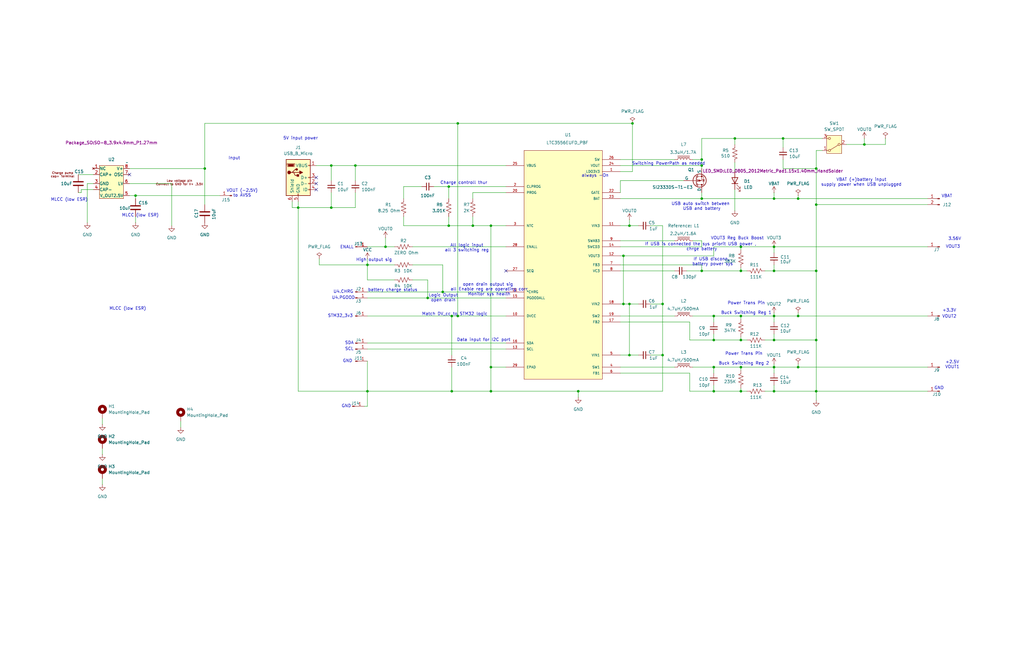
<source format=kicad_sch>
(kicad_sch (version 20231120) (generator "eeschema") (generator_version "8.0")
  (paper "B")
  (title_block (title "LTC3556EUFD_PBF") (date "11/11/2024") (rev "1.1") (company "Team 9") (comment 1 "Kirk Young"))
  (lib_symbols
    (symbol "Connector:Conn_01x01_Pin" (pin_names (offset 1.016) hide)
      (property "Reference" "J" (at 0 2.54 0))
      (property "Value" "Conn_01x01_Pin" (at 0 -2.54 0))
      (symbol "Conn_01x01_Pin_1_1"
        (pin passive line (at 5.08 0 180) (length 3.81) (name "Pin_1") (number "1"))
      )
    )
    (symbol "Connector:Conn_01x02_Pin" (pin_names (offset 1.016) hide)
      (property "Reference" "J" (at 0 2.54 0))
      (property "Value" "Conn_01x02_Pin" (at 0 -5.08 0))
      (symbol "Conn_01x02_Pin_1_1"
        (pin passive line (at 5.08 0 180) (length 3.81) (name "Pin_1") (number "1"))
        (pin passive line (at 5.08 -2.54 180) (length 3.81) (name "Pin_2") (number "2"))
      )
    )
    (symbol "Connector:USB_B_Micro" (pin_names (offset 1.016))
      (property "Reference" "J" (at -5.08 11.43 0))
      (property "Value" "USB_B_Micro" (at -5.08 8.89 0))
      (symbol "USB_B_Micro_1_1"
        (pin power_out line (at 7.62 5.08 180) (length 2.54) (name "VBUS") (number "1"))
        (pin bidirectional line (at 7.62 -2.54 180) (length 2.54) (name "D-") (number "2"))
        (pin bidirectional line (at 7.62 0 180) (length 2.54) (name "D+") (number "3"))
        (pin passive line (at 7.62 -5.08 180) (length 2.54) (name "ID") (number "4"))
        (pin power_out line (at 0 -10.16 90) (length 2.54) (name "GND") (number "5"))
        (pin passive line (at -2.54 -10.16 90) (length 2.54) (name "Shield") (number "6"))
      )
    )
    (symbol "Device:C" (pin_numbers hide) (pin_names (offset 0.254))
      (property "Reference" "C" (at 0.635 2.54 0))
      (property "Value" "C" (at 0.635 -2.54 0))
      (symbol "C_1_1"
        (pin passive line (at 0 3.81 270) (length 2.794) (name "~") (number "1"))
        (pin passive line (at 0 -3.81 90) (length 2.794) (name "~") (number "2"))
      )
    )
    (symbol "Device:C_Small" (pin_numbers hide) (pin_names (offset 0.254) hide)
      (property "Reference" "C" (at 0.254 1.778 0))
      (property "Value" "C_Small" (at 0.254 -2.032 0))
      (symbol "C_Small_1_1"
        (pin passive line (at 0 2.54 270) (length 2.032) (name "~") (number "1"))
        (pin passive line (at 0 -2.54 90) (length 2.032) (name "~") (number "2"))
      )
    )
    (symbol "Device:LED" (pin_numbers hide) (pin_names (offset 1.016) hide)
      (property "Reference" "D" (at 0 2.54 0))
      (property "Value" "LED" (at 0 -2.54 0))
      (symbol "LED_1_1"
        (pin passive line (at -3.81 0 0) (length 2.54) (name "K") (number "1"))
        (pin passive line (at 3.81 0 180) (length 2.54) (name "A") (number "2"))
      )
    )
    (symbol "Device:L_Iron" (pin_numbers hide) (pin_names (offset 1.016) hide)
      (property "Reference" "L" (at -1.27 0 90))
      (property "Value" "L_Iron" (at 2.794 0 90))
      (symbol "L_Iron_1_1"
        (pin passive line (at 0 3.81 270) (length 1.27) (name "1") (number "1"))
        (pin passive line (at 0 -3.81 90) (length 1.27) (name "2") (number "2"))
      )
    )
    (symbol "Device:R_US" (pin_numbers hide) (pin_names (offset 0))
      (property "Reference" "R" (at 2.54 0 90))
      (property "Value" "R_US" (at -2.54 0 90))
      (symbol "R_US_1_1"
        (pin passive line (at 0 3.81 270) (length 1.27) (name "~") (number "1"))
        (pin passive line (at 0 -3.81 90) (length 1.27) (name "~") (number "2"))
      )
    )
    (symbol "LTC3556EUFD_PBF:LTC3556EUFD_PBF" (pin_names (offset 1.016))
      (property "Reference" "U1" (at 35.56 10.16 0))
      (property "Value" "LTC3556EUFD_PBF" (at 35.814 7.112 0))
      (symbol "LTC3556EUFD_PBF_0_0"
        (pin output line (at 48.26 -8.89 180) (length 7.62) (name "LDO3V3") (number "1"))
        (pin power_in line (at 0 -69.85 0) (length 7.62) (name "DVCC") (number "10"))
        (pin input line (at 48.26 -31.75 180) (length 7.62) (name "VIN3") (number "11"))
        (pin output line (at 48.26 -44.45 180) (length 7.62) (name "VOUT3") (number "12"))
        (pin input line (at 0 -83.82 0) (length 7.62) (name "SCL") (number "13"))
        (pin passive line (at 48.26 -40.64 180) (length 7.62) (name "SWCD3") (number "14"))
        (pin output line (at 0 -62.23 0) (length 7.62) (name "PGOODALL") (number "15"))
        (pin input line (at 0 -81.28 0) (length 7.62) (name "SDA") (number "16"))
        (pin input line (at 48.26 -72.39 180) (length 7.62) (name "FB2") (number "17"))
        (pin input line (at 48.26 -64.77 180) (length 7.62) (name "VIN2") (number "18"))
        (pin passive line (at 48.26 -69.85 180) (length 7.62) (name "SW2") (number "19"))
        (pin passive line (at 0 -15.24 0) (length 7.62) (name "CLPROG") (number "2"))
        (pin passive line (at 0 -17.78 0) (length 7.62) (name "PROG") (number "20"))
        (pin output line (at 0 -59.69 0) (length 7.62) (name "*CHRG") (number "21"))
        (pin output line (at 48.26 -17.78 180) (length 7.62) (name "GATE") (number "22"))
        (pin passive line (at 48.26 -20.32 180) (length 7.62) (name "BAT") (number "23"))
        (pin output line (at 48.26 -6.35 180) (length 7.62) (name "VOUT") (number "24"))
        (pin input line (at 0 -6.35 0) (length 7.62) (name "VBUS") (number "25"))
        (pin passive line (at 48.26 -3.81 180) (length 7.62) (name "SW") (number "26"))
        (pin input line (at 0 -50.8 0) (length 7.62) (name "SEQ") (number "27"))
        (pin input line (at 0 -40.64 0) (length 7.62) (name "ENALL") (number "28"))
        (pin passive line (at 0 -91.44 0) (length 7.62) (name "EPAD") (number "29"))
        (pin input line (at 0 -31.75 0) (length 7.62) (name "NTC") (number "3"))
        (pin passive line (at 48.26 -91.44 180) (length 7.62) (name "SW1") (number "4"))
        (pin input line (at 48.26 -86.36 180) (length 7.62) (name "VIN1") (number "5"))
        (pin input line (at 48.26 -93.98 180) (length 7.62) (name "FB1") (number "6"))
        (pin input line (at 48.26 -48.26 180) (length 7.62) (name "FB3") (number "7"))
        (pin output line (at 48.26 -50.8 180) (length 7.62) (name "VC3") (number "8"))
        (pin passive line (at 48.26 -38.1 180) (length 7.62) (name "SWAB3") (number "9"))
      )
    )
    (symbol "Mechanical:MountingHole_Pad" (pin_numbers hide) (pin_names (offset 1.016) hide) (exclude_from_sim yes) (in_bom no)
      (property "Reference" "H" (at 0 6.35 0))
      (property "Value" "MountingHole_Pad" (at 0 4.445 0))
      (symbol "MountingHole_Pad_1_1"
        (pin input line (at 0 -2.54 90) (length 2.54) (name "1") (number "1"))
      )
    )
    (symbol "Simulation_SPICE:PMOS" (pin_numbers hide) (pin_names (offset 0))
      (property "Reference" "Q1" (at 6.35 -2.54 0))
      (property "Value" "SI2333DS-T1-E3" (at 5.08 0 0))
      (symbol "PMOS_1_1"
        (pin input line (at -5.08 0 0) (length 2.54) (name "G") (number "1"))
        (pin passive line (at 2.54 -5.08 90) (length 2.54) (name "S") (number "2"))
        (pin passive line (at 2.54 5.08 270) (length 2.54) (name "D") (number "3"))
      )
    )
    (symbol "Switch:SW_SPDT" (pin_names (offset 0) hide)
      (property "Reference" "SW1" (at 0 -8.89 0))
      (property "Value" "SW_SPDT" (at 0 -6.35 0))
      (symbol "SW_SPDT_1_1"
        (pin passive line (at 5.08 2.54 180) (length 2.54) (name "A") (number "1"))
        (pin passive line (at -5.08 0 0) (length 2.54) (name "B") (number "2"))
        (pin passive line (at 5.08 -2.54 180) (length 2.54) (name "C") (number "3"))
      )
    )
    (symbol "TC7660EOA_LT3556_v1.2a_sym:TC7660EOA" (pin_names (offset 0.0127))
      (property "Reference" "U2" (at -4.318 9.906 0))
      (symbol "TC7660EOA_1_1"
        (text "Charge pump\ncap+ Terminal" (at -20.574 3.81 0) (effects (font (size 0.889 0.889))))
        (text "Low voltage pin\nConnect to GND for V+ ,3.5V" (at 28.702 0.508 0) (effects (font (size 0.889 0.889))))
        (pin no_connect line (at -7.62 6.35 0) (length 2.54) (name "NC") (number "1"))
        (pin passive line (at -7.62 3.81 0) (length 2.54) (name "CAP+") (number "2"))
        (pin power_in line (at -7.62 0 0) (length 2.54) (name "GND") (number "3"))
        (pin passive line (at -7.62 -2.54 0) (length 2.54) (name "CAP-") (number "4"))
        (pin power_out line (at 7.62 -5.08 180) (length 2.54) (name "V_OUT2.5V") (number "5"))
        (pin power_in line (at 7.62 0 180) (length 2.54) (name "LV") (number "6"))
        (pin input line (at 7.62 3.81 180) (length 2.54) (name "OSC") (number "7"))
        (pin power_in line (at 7.62 6.35 180) (length 2.54) (name "V+") (number "8"))
      )
    )
    (symbol "power:+BATT" (power) (pin_numbers hide) (pin_names (offset 0) hide)
      (property "Value" "+BATT" (at 0 3.556 0))
      (symbol "+BATT_1_1"
        (pin power_in line (at 0 0 90) (length 0) (name "~") (number "1"))
      )
    )
    (symbol "power:GND" (power) (pin_numbers hide) (pin_names (offset 0) hide)
      (property "Value" "GND" (at 0 -3.81 0))
      (symbol "GND_1_1"
        (pin power_in line (at 0 0 270) (length 0) (name "~") (number "1"))
      )
    )
    (symbol "power:PWR_FLAG" (power) (pin_numbers hide) (pin_names (offset 0) hide)
      (property "Value" "PWR_FLAG" (at 0 3.81 0))
      (symbol "PWR_FLAG_0_0"
        (pin power_out line (at 0 0 90) (length 0) (name "~") (number "1"))
      )
    )
    (symbol "power:VCC" (power) (pin_numbers hide) (pin_names (offset 0) hide)
      (property "Value" "VCC" (at 0 3.556 0))
      (symbol "VCC_1_1"
        (pin power_in line (at 0 0 90) (length 0) (name "~") (number "1"))
      )
    )
    (symbol "power:VDC" (power) (pin_numbers hide) (pin_names (offset 0) hide)
      (property "Value" "VDC" (at 0 3.556 0))
      (symbol "VDC_1_1"
        (pin power_in line (at 0 0 90) (length 0) (name "~") (number "1"))
      )
    )
  )
  (junction (at 207.01 154.94))
  (junction (at 364.49 60.96))
  (junction (at 336.55 154.94))
  (junction (at 309.88 58.42))
  (junction (at 149.86 69.85))
  (junction (at 326.39 154.94))
  (junction (at 189.23 95.25))
  (junction (at 243.84 165.1))
  (junction (at 344.17 114.3))
  (junction (at 207.01 95.25))
  (junction (at 312.42 133.35))
  (junction (at 139.7 69.85))
  (junction (at 139.7 87.63))
  (junction (at 199.39 95.25))
  (junction (at 326.39 143.51))
  (junction (at 300.99 133.35))
  (junction (at 162.56 104.14))
  (junction (at 295.91 114.3))
  (junction (at 326.39 165.1))
  (junction (at 344.17 71.12))
  (junction (at 312.42 165.1))
  (junction (at 300.99 154.94))
  (junction (at 125.73 87.63))
  (junction (at 326.39 114.3))
  (junction (at 295.91 67.31))
  (junction (at 295.91 69.85))
  (junction (at 279.4 128.27))
  (junction (at 193.04 133.35))
  (junction (at 336.55 133.35))
  (junction (at 300.99 165.1))
  (junction (at 265.43 149.86))
  (junction (at 344.17 143.51))
  (junction (at 300.99 143.51))
  (junction (at 312.42 154.94))
  (junction (at 189.23 78.74))
  (junction (at 326.39 83.82))
  (junction (at 207.01 165.1))
  (junction (at 265.43 95.25))
  (junction (at 266.7 52.07))
  (junction (at 295.91 83.82))
  (junction (at 190.5 165.1))
  (junction (at 186.69 123.19))
  (junction (at 312.42 143.51))
  (junction (at 312.42 114.3))
  (junction (at 312.42 104.14))
  (junction (at 154.94 111.76))
  (junction (at 344.17 86.36))
  (junction (at 262.89 128.27))
  (junction (at 154.94 165.1))
  (junction (at 193.04 52.07))
  (junction (at 265.43 128.27))
  (junction (at 344.17 165.1))
  (junction (at 279.4 149.86))
  (junction (at 330.2 58.42))
  (junction (at 326.39 104.14))
  (junction (at 262.89 107.95))
  (junction (at 190.5 133.35))
  (junction (at 180.34 125.73))
  (junction (at 326.39 133.35))
  (junction (at 57.15 82.55))
  (junction (at 86.36 71.12))
  (junction (at 336.55 83.82))
  (no_connect (at 54.61 73.66))
  (no_connect (at 133.35 74.93))
  (no_connect (at 133.35 77.47))
  (no_connect (at 133.35 80.01))
  (no_connect (at 213.36 114.3))
  (wire (pts (xy 154.94 125.73) (xy 180.34 125.73)))
  (wire (pts (xy 149.86 87.63) (xy 139.7 87.63)))
  (wire (pts (xy 300.99 162.56) (xy 300.99 165.1)))
  (wire (pts (xy 261.62 83.82) (xy 295.91 83.82)))
  (wire (pts (xy 261.62 67.31) (xy 284.48 67.31)))
  (wire (pts (xy 346.71 63.5) (xy 344.17 63.5)))
  (wire (pts (xy 326.39 132.08) (xy 326.39 133.35)))
  (wire (pts (xy 76.2 177.8) (xy 76.2 180.34)))
  (wire (pts (xy 166.37 111.76) (xy 154.94 111.76)))
  (wire (pts (xy 193.04 133.35) (xy 213.36 133.35)))
  (wire (pts (xy 54.61 82.55) (xy 57.15 82.55)))
  (wire (pts (xy 189.23 78.74) (xy 213.36 78.74)))
  (wire (pts (xy 265.43 92.71) (xy 265.43 95.25)))
  (wire (pts (xy 154.94 165.1) (xy 154.94 171.45)))
  (wire (pts (xy 330.2 67.31) (xy 330.2 71.12)))
  (wire (pts (xy 295.91 81.28) (xy 295.91 83.82)))
  (wire (pts (xy 261.62 81.28) (xy 261.62 76.2)))
  (wire (pts (xy 295.91 104.14) (xy 261.62 104.14)))
  (wire (pts (xy 133.35 69.85) (xy 139.7 69.85)))
  (wire (pts (xy 261.62 154.94) (xy 284.48 154.94)))
  (wire (pts (xy 326.39 83.82) (xy 336.55 83.82)))
  (wire (pts (xy 189.23 78.74) (xy 189.23 83.82)))
  (wire (pts (xy 86.36 52.07) (xy 193.04 52.07)))
  (wire (pts (xy 125.73 87.63) (xy 125.73 165.1)))
  (wire (pts (xy 154.94 104.14) (xy 162.56 104.14)))
  (wire (pts (xy 326.39 153.67) (xy 326.39 154.94)))
  (wire (pts (xy 326.39 143.51) (xy 344.17 143.51)))
  (wire (pts (xy 261.62 95.25) (xy 265.43 95.25)))
  (wire (pts (xy 373.38 58.42) (xy 373.38 60.96)))
  (wire (pts (xy 312.42 156.21) (xy 312.42 154.94)))
  (wire (pts (xy 139.7 69.85) (xy 139.7 76.2)))
  (wire (pts (xy 54.61 71.12) (xy 86.36 71.12)))
  (wire (pts (xy 173.99 104.14) (xy 213.36 104.14)))
  (wire (pts (xy 43.18 176.53) (xy 43.18 179.07)))
  (wire (pts (xy 261.62 76.2) (xy 288.29 76.2)))
  (wire (pts (xy 261.62 101.6) (xy 284.48 101.6)))
  (wire (pts (xy 344.17 165.1) (xy 344.17 168.91)))
  (wire (pts (xy 123.19 87.63) (xy 125.73 87.63)))
  (wire (pts (xy 134.62 111.76) (xy 154.94 111.76)))
  (wire (pts (xy 265.43 149.86) (xy 269.24 149.86)))
  (wire (pts (xy 36.83 77.47) (xy 36.83 93.98)))
  (wire (pts (xy 193.04 52.07) (xy 193.04 133.35)))
  (wire (pts (xy 189.23 95.25) (xy 199.39 95.25)))
  (wire (pts (xy 326.39 106.68) (xy 326.39 104.14)))
  (wire (pts (xy 190.5 133.35) (xy 193.04 133.35)))
  (wire (pts (xy 312.42 134.62) (xy 312.42 133.35)))
  (wire (pts (xy 292.1 154.94) (xy 300.99 154.94)))
  (wire (pts (xy 261.62 107.95) (xy 262.89 107.95)))
  (wire (pts (xy 154.94 171.45) (xy 153.67 171.45)))
  (wire (pts (xy 312.42 104.14) (xy 312.42 105.41)))
  (wire (pts (xy 300.99 140.97) (xy 300.99 143.51)))
  (wire (pts (xy 182.88 78.74) (xy 189.23 78.74)))
  (wire (pts (xy 344.17 86.36) (xy 344.17 114.3)))
  (wire (pts (xy 300.99 104.14) (xy 300.99 107.95)))
  (wire (pts (xy 326.39 140.97) (xy 326.39 143.51)))
  (wire (pts (xy 309.88 58.42) (xy 309.88 60.96)))
  (wire (pts (xy 295.91 58.42) (xy 309.88 58.42)))
  (wire (pts (xy 326.39 157.48) (xy 326.39 154.94)))
  (wire (pts (xy 289.56 114.3) (xy 295.91 114.3)))
  (wire (pts (xy 154.94 111.76) (xy 154.94 118.11)))
  (wire (pts (xy 261.62 133.35) (xy 284.48 133.35)))
  (wire (pts (xy 72.39 77.47) (xy 72.39 95.25)))
  (wire (pts (xy 154.94 165.1) (xy 190.5 165.1)))
  (wire (pts (xy 300.99 135.89) (xy 300.99 133.35)))
  (wire (pts (xy 207.01 154.94) (xy 207.01 165.1)))
  (wire (pts (xy 170.18 78.74) (xy 177.8 78.74)))
  (wire (pts (xy 312.42 143.51) (xy 312.42 142.24)))
  (wire (pts (xy 344.17 63.5) (xy 344.17 71.12)))
  (wire (pts (xy 336.55 153.67) (xy 336.55 154.94)))
  (wire (pts (xy 274.32 149.86) (xy 279.4 149.86)))
  (wire (pts (xy 207.01 95.25) (xy 213.36 95.25)))
  (wire (pts (xy 290.83 157.48) (xy 290.83 165.1)))
  (wire (pts (xy 207.01 154.94) (xy 213.36 154.94)))
  (wire (pts (xy 261.62 135.89) (xy 290.83 135.89)))
  (wire (pts (xy 36.83 77.47) (xy 39.37 77.47)))
  (wire (pts (xy 312.42 104.14) (xy 326.39 104.14)))
  (wire (pts (xy 326.39 165.1) (xy 344.17 165.1)))
  (wire (pts (xy 344.17 114.3) (xy 344.17 143.51)))
  (wire (pts (xy 34.29 81.28) (xy 33.02 81.28)))
  (wire (pts (xy 336.55 83.82) (xy 391.16 83.82)))
  (wire (pts (xy 364.49 58.42) (xy 364.49 60.96)))
  (wire (pts (xy 261.62 69.85) (xy 295.91 69.85)))
  (wire (pts (xy 54.61 77.47) (xy 72.39 77.47)))
  (wire (pts (xy 86.36 71.12) (xy 86.36 52.07)))
  (wire (pts (xy 274.32 128.27) (xy 279.4 128.27)))
  (wire (pts (xy 292.1 133.35) (xy 300.99 133.35)))
  (wire (pts (xy 290.83 143.51) (xy 300.99 143.51)))
  (wire (pts (xy 207.01 95.25) (xy 207.01 154.94)))
  (wire (pts (xy 199.39 91.44) (xy 199.39 95.25)))
  (wire (pts (xy 336.55 133.35) (xy 391.16 133.35)))
  (wire (pts (xy 300.99 165.1) (xy 312.42 165.1)))
  (wire (pts (xy 295.91 101.6) (xy 295.91 104.14)))
  (wire (pts (xy 309.88 58.42) (xy 330.2 58.42)))
  (wire (pts (xy 125.73 87.63) (xy 139.7 87.63)))
  (wire (pts (xy 154.94 147.32) (xy 213.36 147.32)))
  (wire (pts (xy 243.84 165.1) (xy 243.84 167.64)))
  (wire (pts (xy 154.94 109.22) (xy 154.94 111.76)))
  (wire (pts (xy 322.58 143.51) (xy 326.39 143.51)))
  (wire (pts (xy 300.99 157.48) (xy 300.99 154.94)))
  (wire (pts (xy 57.15 91.44) (xy 57.15 93.98)))
  (wire (pts (xy 39.37 80.01) (xy 34.29 80.01)))
  (wire (pts (xy 180.34 118.11) (xy 180.34 125.73)))
  (wire (pts (xy 57.15 82.55) (xy 92.71 82.55)))
  (wire (pts (xy 265.43 95.25) (xy 269.24 95.25)))
  (wire (pts (xy 261.62 128.27) (xy 262.89 128.27)))
  (wire (pts (xy 292.1 101.6) (xy 295.91 101.6)))
  (wire (pts (xy 274.32 95.25) (xy 279.4 95.25)))
  (wire (pts (xy 154.94 144.78) (xy 213.36 144.78)))
  (wire (pts (xy 190.5 133.35) (xy 190.5 149.86)))
  (wire (pts (xy 134.62 109.22) (xy 134.62 111.76)))
  (wire (pts (xy 243.84 165.1) (xy 207.01 165.1)))
  (wire (pts (xy 326.39 135.89) (xy 326.39 133.35)))
  (wire (pts (xy 279.4 95.25) (xy 279.4 128.27)))
  (wire (pts (xy 154.94 123.19) (xy 186.69 123.19)))
  (wire (pts (xy 330.2 58.42) (xy 330.2 62.23)))
  (wire (pts (xy 373.38 60.96) (xy 364.49 60.96)))
  (wire (pts (xy 312.42 114.3) (xy 314.96 114.3)))
  (wire (pts (xy 326.39 133.35) (xy 336.55 133.35)))
  (wire (pts (xy 295.91 111.76) (xy 295.91 114.3)))
  (wire (pts (xy 309.88 80.01) (xy 309.88 88.9)))
  (wire (pts (xy 322.58 114.3) (xy 326.39 114.3)))
  (wire (pts (xy 326.39 162.56) (xy 326.39 165.1)))
  (wire (pts (xy 312.42 165.1) (xy 312.42 163.83)))
  (wire (pts (xy 139.7 69.85) (xy 149.86 69.85)))
  (wire (pts (xy 261.62 114.3) (xy 284.48 114.3)))
  (wire (pts (xy 262.89 128.27) (xy 262.89 107.95)))
  (wire (pts (xy 43.18 189.23) (xy 43.18 191.77)))
  (wire (pts (xy 336.55 82.55) (xy 336.55 83.82)))
  (wire (pts (xy 295.91 69.85) (xy 295.91 67.31)))
  (wire (pts (xy 125.73 165.1) (xy 154.94 165.1)))
  (wire (pts (xy 290.83 165.1) (xy 300.99 165.1)))
  (wire (pts (xy 173.99 118.11) (xy 180.34 118.11)))
  (wire (pts (xy 300.99 154.94) (xy 312.42 154.94)))
  (wire (pts (xy 57.15 82.55) (xy 57.15 83.82)))
  (wire (pts (xy 300.99 133.35) (xy 312.42 133.35)))
  (wire (pts (xy 292.1 67.31) (xy 295.91 67.31)))
  (wire (pts (xy 265.43 128.27) (xy 269.24 128.27)))
  (wire (pts (xy 295.91 58.42) (xy 295.91 67.31)))
  (wire (pts (xy 162.56 104.14) (xy 166.37 104.14)))
  (wire (pts (xy 344.17 71.12) (xy 344.17 86.36)))
  (wire (pts (xy 199.39 83.82) (xy 199.39 81.28)))
  (wire (pts (xy 322.58 165.1) (xy 326.39 165.1)))
  (wire (pts (xy 186.69 111.76) (xy 186.69 123.19)))
  (wire (pts (xy 312.42 133.35) (xy 326.39 133.35)))
  (wire (pts (xy 326.39 111.76) (xy 326.39 114.3)))
  (wire (pts (xy 312.42 114.3) (xy 312.42 113.03)))
  (wire (pts (xy 186.69 123.19) (xy 213.36 123.19)))
  (wire (pts (xy 266.7 52.07) (xy 193.04 52.07)))
  (wire (pts (xy 336.55 132.08) (xy 336.55 133.35)))
  (wire (pts (xy 295.91 83.82) (xy 326.39 83.82)))
  (wire (pts (xy 123.19 85.09) (xy 123.19 87.63)))
  (wire (pts (xy 326.39 81.28) (xy 326.39 83.82)))
  (wire (pts (xy 43.18 201.93) (xy 43.18 204.47)))
  (wire (pts (xy 199.39 95.25) (xy 207.01 95.25)))
  (wire (pts (xy 266.7 72.39) (xy 266.7 52.07)))
  (wire (pts (xy 125.73 85.09) (xy 125.73 87.63)))
  (wire (pts (xy 149.86 69.85) (xy 149.86 76.2)))
  (wire (pts (xy 139.7 81.28) (xy 139.7 87.63)))
  (wire (pts (xy 295.91 69.85) (xy 295.91 71.12)))
  (wire (pts (xy 180.34 125.73) (xy 213.36 125.73)))
  (wire (pts (xy 344.17 86.36) (xy 391.16 86.36)))
  (wire (pts (xy 33.02 73.66) (xy 39.37 73.66)))
  (wire (pts (xy 154.94 133.35) (xy 190.5 133.35)))
  (wire (pts (xy 261.62 72.39) (xy 266.7 72.39)))
  (wire (pts (xy 170.18 95.25) (xy 189.23 95.25)))
  (wire (pts (xy 170.18 91.44) (xy 170.18 95.25)))
  (wire (pts (xy 279.4 128.27) (xy 279.4 149.86)))
  (wire (pts (xy 262.89 128.27) (xy 265.43 128.27)))
  (wire (pts (xy 149.86 69.85) (xy 213.36 69.85)))
  (wire (pts (xy 326.39 114.3) (xy 344.17 114.3)))
  (wire (pts (xy 364.49 60.96) (xy 356.87 60.96)))
  (wire (pts (xy 261.62 111.76) (xy 295.91 111.76)))
  (wire (pts (xy 34.29 80.01) (xy 34.29 81.28)))
  (wire (pts (xy 199.39 81.28) (xy 213.36 81.28)))
  (wire (pts (xy 154.94 118.11) (xy 166.37 118.11)))
  (wire (pts (xy 312.42 154.94) (xy 326.39 154.94)))
  (wire (pts (xy 149.86 81.28) (xy 149.86 87.63)))
  (wire (pts (xy 344.17 165.1) (xy 391.16 165.1)))
  (wire (pts (xy 330.2 71.12) (xy 344.17 71.12)))
  (wire (pts (xy 162.56 100.33) (xy 162.56 104.14)))
  (wire (pts (xy 261.62 149.86) (xy 265.43 149.86)))
  (wire (pts (xy 279.4 165.1) (xy 243.84 165.1)))
  (wire (pts (xy 330.2 58.42) (xy 346.71 58.42)))
  (wire (pts (xy 344.17 143.51) (xy 344.17 165.1)))
  (wire (pts (xy 261.62 157.48) (xy 290.83 157.48)))
  (wire (pts (xy 190.5 165.1) (xy 207.01 165.1)))
  (wire (pts (xy 336.55 154.94) (xy 391.16 154.94)))
  (wire (pts (xy 190.5 165.1) (xy 190.5 154.94)))
  (wire (pts (xy 154.94 152.4) (xy 154.94 165.1)))
  (wire (pts (xy 309.88 68.58) (xy 309.88 72.39)))
  (wire (pts (xy 173.99 111.76) (xy 186.69 111.76)))
  (wire (pts (xy 170.18 83.82) (xy 170.18 78.74)))
  (wire (pts (xy 265.43 128.27) (xy 265.43 149.86)))
  (wire (pts (xy 295.91 114.3) (xy 312.42 114.3)))
  (wire (pts (xy 262.89 107.95) (xy 300.99 107.95)))
  (wire (pts (xy 86.36 86.36) (xy 86.36 71.12)))
  (wire (pts (xy 326.39 154.94) (xy 336.55 154.94)))
  (wire (pts (xy 279.4 149.86) (xy 279.4 165.1)))
  (wire (pts (xy 326.39 104.14) (xy 391.16 104.14)))
  (wire (pts (xy 300.99 104.14) (xy 312.42 104.14)))
  (wire (pts (xy 312.42 143.51) (xy 314.96 143.51)))
  (wire (pts (xy 189.23 91.44) (xy 189.23 95.25)))
  (wire (pts (xy 290.83 135.89) (xy 290.83 143.51)))
  (wire (pts (xy 312.42 165.1) (xy 314.96 165.1)))
  (wire (pts (xy 300.99 143.51) (xy 312.42 143.51)))
  (text "Power Trans Pin\n\nBuck Switching Reg 2" (at 313.69 151.384 0) (effects (font (size 1.27 1.27))))
  (text "+3.3V" (at 400.304 131.064 0) (effects (font (size 1.27 1.27))))
  (text "Charge controll thur" (at 195.58 77.216 0) (effects (font (size 1.27 1.27))))
  (text "Data input for I2C port" (at 203.962 143.51 0) (effects (font (size 1.27 1.27))))
  (text "High output sig" (at 157.734 109.728 0) (effects (font (size 1.27 1.27))))
  (text "SDA" (at 147.32 144.78 0) (effects (font (size 1.27 1.27))))
  (text "If USB is connected the sys priorit USB power , \nchrge battery" (at 295.91 104.14 0) (effects (font (size 1.27 1.27))))
  (text "Input" (at 98.806 66.802 0) (effects (font (size 1.27 1.27))))
  (text "MLCC (low ESR)" (at 59.182 90.932 0) (effects (font (size 1.27 1.27))))
  (text "MLCC (low ESR)" (at 53.848 130.302 0) (effects (font (size 1.27 1.27))))
  (text "always -On" (at 250.952 74.168 0) (effects (font (size 1.27 1.27))))
  (text "VBAT (+)battery input\nsupply power when USB unplugged" (at 363.22 76.962 0) (effects (font (size 1.27 1.27))))
  (text "STM32_3v3" (at 143.51 133.35 0) (effects (font (size 1.27 1.27))))
  (text "Match DV_cc to STM32 logic" (at 191.77 132.588 0) (effects (font (size 1.27 1.27))))
  (text "All logic input\nall 3 switching reg" (at 196.85 104.648 0) (effects (font (size 1.27 1.27))))
  (text "GND" (at 395.986 163.83 0) (effects (font (size 1.27 1.27))))
  (text "SCL" (at 147.32 147.32 0) (effects (font (size 1.27 1.27))))
  (text "5V input power" (at 126.746 58.42 0) (effects (font (size 1.27 1.27))))
  (text "VBAT" (at 399.288 82.804 0) (effects (font (size 1.27 1.27))))
  (text "GND" (at 146.558 152.4 0) (effects (font (size 1.27 1.27))))
  (text "USB auto switch between \nUSB and battery" (at 295.91 87.122 0) (effects (font (size 1.27 1.27))))
  (text "VOUT3" (at 401.828 104.14 0) (effects (font (size 1.27 1.27))))
  (text "Switching PowerPath as needed\n\n" (at 281.94 70.104 0) (effects (font (size 1.27 1.27))))
  (text "Power Trans Pin\n\nBuck Switching Reg 1" (at 314.706 130.048 0) (effects (font (size 1.27 1.27))))
  (text "VOUT (-2.5V)\nto AVSS" (at 102.108 81.534 0) (effects (font (size 1.27 1.27))))
  (text "If USB disconn, \nbattery power sys\n" (at 300.482 110.49 0) (effects (font (size 1.27 1.27))))
  (text "VOUT2" (at 400.304 133.604 0) (effects (font (size 1.27 1.27))))
  (text "open drain output sig \nall Enable reg are operating corr\nMonitor sys health" (at 206.248 122.174 0) (effects (font (size 1.27 1.27))))
  (text "GND" (at 146.05 171.45 0) (effects (font (size 1.27 1.27))))
  (text "ENALL" (at 146.304 104.394 0) (effects (font (size 1.27 1.27))))
  (text "3.56V" (at 402.59 100.838 0) (effects (font (size 1.27 1.27))))
  (text "battery charge status" (at 165.608 122.428 0) (effects (font (size 1.27 1.27))))
  (text "U4.PGOOD" (at 144.78 125.73 0) (effects (font (size 1.27 1.27))))
  (text "+2.5V\nVOUT1" (at 401.574 153.924 0) (effects (font (size 1.27 1.27))))
  (text "Logic Output\nopen drain" (at 186.944 125.73 0) (effects (font (size 1.27 1.27))))
  (text "MLCC (low ESR)" (at 29.21 84.328 0) (effects (font (size 1.27 1.27))))
  (text "U4.CHRG" (at 144.78 123.19 0) (effects (font (size 1.27 1.27))))
  (text "VOUT3 Reg Buck Boost" (at 310.896 100.584 0) (effects (font (size 1.27 1.27))))
  (symbol (lib_id "Connector:Conn_01x01_Pin") (at 396.24 165.1 180) (unit 1)
    (property "Reference" "J10" (at 394.97 166.37 0))
    (property "Value" "Conn_01x01_Pin" (effects (hide yes)))
    (property "Footprint" "Connector_PinSocket_1.27mm:PinSocket_1x01_P1.27mm_Vertical" (effects (hide yes)))
    (property "Description" "Generic connector, single row, 01x01, script generated" (effects (hide yes)))
  )
  (symbol (lib_id "Connector:Conn_01x01_Pin") (at 149.86 147.32 0) (unit 1)
    (property "Reference" "J5" (at 151.13 148.59 0))
    (property "Value" "Conn_01x01_Pin" (effects (hide yes)))
    (property "Footprint" "Connector_PinSocket_1.27mm:PinSocket_1x01_P1.27mm_Vertical" (effects (hide yes)))
    (property "Description" "Generic connector, single row, 01x01, script generated" (effects (hide yes)))
  )
  (symbol (lib_id "power:GND") (at 309.88 88.9 0) (mirror y) (unit 1)
    (property "Reference" "#PWR017" (effects (hide yes)))
    (property "Value" "GND" (at 309.88 93.98 0))
    (property "Description" "Power symbol creates a global label with name \"GND\" , ground" (effects (hide yes)))
  )
  (symbol (lib_id "Device:L_Iron") (at 288.29 67.31 270) (mirror x) (unit 1)
    (property "Reference" "L7" (at 288.29 60.96 90))
    (property "Value" "3.3uH/1.7A" (at 288.036 64.262 90))
    (property "Footprint" "Inductor_SMD:L_APV_ANR252010" (effects (hide yes)))
    (property "Description" "Inductor with iron core" (effects (hide yes)))
  )
  (symbol (lib_id "power:GND") (at 57.15 93.98 0) (mirror y) (unit 1)
    (property "Reference" "#PWR011" (effects (hide yes)))
    (property "Value" "GND" (at 57.15 99.06 0))
    (property "Description" "Power symbol creates a global label with name \"GND\" , ground" (effects (hide yes)))
  )
  (symbol (lib_id "Device:R_US") (at 318.77 143.51 90) (mirror x) (unit 1)
    (property "Reference" "R12" (at 320.04 140.97 90) (effects (justify left)))
    (property "Value" "111K" (at 321.31 146.05 90) (effects (justify left)))
    (property "Footprint" "Resistor_SMD:R_0402_1005Metric_Pad0.72x0.64mm_HandSolder" (effects (hide yes)))
    (property "Description" "Resistor, US symbol" (effects (hide yes)))
  )
  (symbol (lib_id "power:VDC") (at 364.49 58.42 0) (unit 1)
    (property "Reference" "#PWR010" (effects (hide yes)))
    (property "Value" "VOUT0" (at 364.49 54.61 0))
    (property "Description" "Power symbol creates a global label with name \"VDC\"" (effects (hide yes)))
  )
  (symbol (lib_id "Device:C_Small") (at 271.78 128.27 270) (mirror x) (unit 1)
    (property "Reference" "C6" (at 274.828 127 90))
    (property "Value" "1uF" (at 275.59 129.54 90))
    (property "Footprint" "Capacitor_SMD:C_0402_1005Metric" (effects (hide yes)))
    (property "Description" "Unpolarized capacitor, small symbol" (effects (hide yes)))
  )
  (symbol (lib_id "TC7660EOA_LT3556_v1.2a_sym:TC7660EOA") (at 46.99 77.47 0) (unit 1)
    (property "Reference" "U2" (at 46.99 67.31 0))
    (property "Value" "~" (at 53.5411 68.58 0))
    (property "Footprint" "Package_SO:SO-8_3.9x4.9mm_P1.27mm" (at 46.99 60.198 0))
    (property "Description" "DC_DC Invertor" (effects (hide yes)))
  )
  (symbol (lib_id "power:GND") (at 36.83 93.98 0) (mirror y) (unit 1)
    (property "Reference" "#PWR08" (effects (hide yes)))
    (property "Value" "GND" (at 36.83 99.06 0))
    (property "Description" "Power symbol creates a global label with name \"GND\" , ground" (effects (hide yes)))
  )
  (symbol (lib_id "Device:R_US") (at 170.18 87.63 0) (mirror y) (unit 1)
    (property "Reference" "R1" (at 165.1 86.36 0) (effects (justify left)))
    (property "Value" "8.25 Ohm" (at 168.91 88.9 0) (effects (justify left)))
    (property "Footprint" "Resistor_SMD:R_0402_1005Metric_Pad0.72x0.64mm_HandSolder" (effects (hide yes)))
    (property "Description" "Resistor, US symbol" (effects (hide yes)))
  )
  (symbol (lib_id "power:GND") (at 43.18 179.07 0) (mirror y) (unit 1)
    (property "Reference" "#PWR06" (effects (hide yes)))
    (property "Value" "GND" (at 43.18 184.15 0))
    (property "Description" "Power symbol creates a global label with name \"GND\" , ground" (effects (hide yes)))
  )
  (symbol (lib_id "Connector:Conn_01x01_Pin") (at 396.24 104.14 180) (unit 1)
    (property "Reference" "J7" (at 394.97 105.41 0))
    (property "Value" "Conn_01x01_Pin" (effects (hide yes)))
    (property "Footprint" "Connector_PinSocket_1.27mm:PinSocket_1x01_P1.27mm_Vertical" (effects (hide yes)))
    (property "Description" "Generic connector, single row, 01x01, script generated" (effects (hide yes)))
  )
  (symbol (lib_id "power:PWR_FLAG") (at 336.55 132.08 0) (unit 1)
    (property "Reference" "#FLG04" (effects (hide yes)))
    (property "Value" "PWR_FLAG" (at 336.55 127 0))
    (property "Description" "Special symbol for telling ERC where power comes from" (effects (hide yes)))
  )
  (symbol (lib_id "Connector:USB_B_Micro") (at 125.73 74.93 0) (unit 1)
    (property "Reference" "J1" (at 125.73 62.23 0))
    (property "Value" "USB_B_Micro" (at 125.73 64.77 0))
    (property "Footprint" "Connector_USB:USB_Micro-B_Amphenol_10118194-0001LF_Horizontal" (effects (hide yes)))
    (property "Description" "USB Micro Type B connector" (effects (hide yes)))
  )
  (symbol (lib_id "power:GND") (at 243.84 167.64 0) (mirror y) (unit 1)
    (property "Reference" "#PWR014" (effects (hide yes)))
    (property "Value" "GND" (at 243.84 172.72 0))
    (property "Description" "Power symbol creates a global label with name \"GND\" , ground" (effects (hide yes)))
  )
  (symbol (lib_id "Mechanical:MountingHole_Pad") (at 43.18 173.99 0) (unit 1) (exclude_from_sim yes) (in_bom no)
    (property "Reference" "H1" (at 45.72 171.4499 0) (effects (justify left)))
    (property "Value" "MountingHole_Pad" (at 45.72 173.9899 0) (effects (justify left)))
    (property "Footprint" "MountingHole:MountingHole_3.5mm_Pad_TopBottom" (effects (hide yes)))
    (property "Description" "Mounting Hole with connection" (effects (hide yes)))
  )
  (symbol (lib_id "power:GND") (at 72.39 95.25 0) (mirror y) (unit 1)
    (property "Reference" "#PWR019" (effects (hide yes)))
    (property "Value" "GND" (at 72.39 100.33 0))
    (property "Description" "Power symbol creates a global label with name \"GND\" , ground" (effects (hide yes)))
  )
  (symbol (lib_id "Device:C_Small") (at 180.34 78.74 90) (mirror x) (unit 1)
    (property "Reference" "C3" (at 180.34 74.93 90))
    (property "Value" "100nF" (at 180.34 82.55 90))
    (property "Footprint" "Capacitor_SMD:C_0402_1005Metric" (effects (hide yes)))
    (property "Description" "Unpolarized capacitor, small symbol" (effects (hide yes)))
  )
  (symbol (lib_id "Device:C_Small") (at 271.78 95.25 270) (mirror x) (unit 1)
    (property "Reference" "C5" (at 274.828 93.98 90))
    (property "Value" "1uF" (at 275.59 96.52 90))
    (property "Footprint" "Capacitor_SMD:C_0402_1005Metric" (effects (hide yes)))
    (property "Description" "Unpolarized capacitor, small symbol" (effects (hide yes)))
  )
  (symbol (lib_id "Mechanical:MountingHole_Pad") (at 43.18 199.39 0) (unit 1) (exclude_from_sim yes) (in_bom no)
    (property "Reference" "H3" (at 45.72 196.8499 0) (effects (justify left)))
    (property "Value" "MountingHole_Pad" (at 45.72 199.3899 0) (effects (justify left)))
    (property "Footprint" "MountingHole:MountingHole_3.5mm_Pad_TopBottom" (effects (hide yes)))
    (property "Description" "Mounting Hole with connection" (effects (hide yes)))
  )
  (symbol (lib_id "Device:R_US") (at 318.77 165.1 90) (mirror x) (unit 1)
    (property "Reference" "R13" (at 321.31 162.56 90) (effects (justify left)))
    (property "Value" "111K" (at 321.31 167.64 90) (effects (justify left)))
    (property "Footprint" "Resistor_SMD:R_0402_1005Metric_Pad0.72x0.64mm_HandSolder" (effects (hide yes)))
    (property "Description" "Resistor, US symbol" (effects (hide yes)))
  )
  (symbol (lib_id "Device:R_US") (at 170.18 111.76 90) (mirror x) (unit 1)
    (property "Reference" "R3" (at 168.91 114.3 90) (effects (justify left)))
    (property "Value" "10K" (at 173.99 114.3 90) (effects (justify left)))
    (property "Footprint" "Resistor_SMD:R_0402_1005Metric_Pad0.72x0.64mm_HandSolder" (effects (hide yes)))
    (property "Description" "Resistor, US symbol" (effects (hide yes)))
  )
  (symbol (lib_id "Mechanical:MountingHole_Pad") (at 76.2 175.26 0) (unit 1) (exclude_from_sim yes) (in_bom no)
    (property "Reference" "H4" (at 78.74 172.7199 0) (effects (justify left)))
    (property "Value" "MountingHole_Pad" (at 78.74 175.2599 0) (effects (justify left)))
    (property "Footprint" "MountingHole:MountingHole_3.5mm_Pad_TopBottom" (effects (hide yes)))
    (property "Description" "Mounting Hole with connection" (effects (hide yes)))
  )
  (symbol (lib_id "Device:C_Small") (at 300.99 138.43 0) (mirror y) (unit 1)
    (property "Reference" "C9" (at 294.64 138.43 0) (effects (justify right)))
    (property "Value" "10pF" (at 294.64 140.97 0) (effects (justify right)))
    (property "Footprint" "Capacitor_SMD:C_0402_1005Metric" (effects (hide yes)))
    (property "Description" "Unpolarized capacitor, small symbol" (effects (hide yes)))
  )
  (symbol (lib_id "Device:C_Small") (at 139.7 78.74 0) (unit 1)
    (property "Reference" "C1" (at 142.24 77.4762 0) (effects (justify left)))
    (property "Value" "10uF" (at 142.24 80.0162 0) (effects (justify left)))
    (property "Footprint" "Capacitor_SMD:C_0402_1005Metric" (effects (hide yes)))
    (property "Description" "Unpolarized capacitor, small symbol" (effects (hide yes)))
  )
  (symbol (lib_id "power:+BATT") (at 326.39 81.28 0) (unit 1)
    (property "Reference" "#PWR09" (effects (hide yes)))
    (property "Value" "VBAT" (at 326.39 77.47 0))
    (property "Description" "Power symbol creates a global label with name \"+BATT\"" (effects (hide yes)))
  )
  (symbol (lib_id "Device:R_US") (at 309.88 64.77 0) (mirror y) (unit 1)
    (property "Reference" "R5" (at 307.34 63.4999 0) (effects (justify left)))
    (property "Value" "510" (at 307.848 65.786 0) (effects (justify left)))
    (property "Footprint" "Resistor_SMD:R_0402_1005Metric_Pad0.72x0.64mm_HandSolder" (effects (hide yes)))
    (property "Description" "Resistor, US symbol" (effects (hide yes)))
  )
  (symbol (lib_id "Device:LED") (at 309.88 76.2 90) (unit 1)
    (property "Reference" "D1" (at 313.69 76.5174 90) (effects (justify right)))
    (property "Value" "LED" (at 313.69 79.0574 90) (effects (justify right)))
    (property "Footprint" "LED_SMD:LED_0805_2012Metric_Pad1.15x1.40mm_HandSolder" (at 325.882 72.136 90))
    (property "Description" "Light emitting diode" (effects (hide yes)))
  )
  (symbol (lib_id "Device:R_US") (at 312.42 138.43 0) (mirror y) (unit 1)
    (property "Reference" "R9" (at 308.61 137.16 0) (effects (justify left)))
    (property "Value" "347K" (at 310.388 139.446 0) (effects (justify left)))
    (property "Footprint" "Resistor_SMD:R_0402_1005Metric_Pad0.72x0.64mm_HandSolder" (effects (hide yes)))
    (property "Description" "Resistor, US symbol" (effects (hide yes)))
  )
  (symbol (lib_id "Device:R_US") (at 312.42 160.02 0) (mirror y) (unit 1)
    (property "Reference" "R10" (at 309.88 158.7499 0) (effects (justify left)))
    (property "Value" "235K" (at 310.388 161.036 0) (effects (justify left)))
    (property "Footprint" "Resistor_SMD:R_0402_1005Metric_Pad0.72x0.64mm_HandSolder" (effects (hide yes)))
    (property "Description" "Resistor, US symbol" (effects (hide yes)))
  )
  (symbol (lib_id "LTC3556EUFD_PBF:LTC3556EUFD_PBF") (at 213.36 63.5 0) (unit 1)
    (property "Reference" "U1" (at 239.522 56.896 0))
    (property "Value" "LTC3556EUFD_PBF" (at 239.268 60.198 0))
    (property "Footprint" "Package_DFN_QFN:QFN-28-1EP_4x5mm_P0.5mm_EP2.65x3.65mm_ThermalVias" (effects (hide yes)))
    (property "DigiKey_Part_Number" "505-LTC3556EUFD#PBF-ND" (effects (hide yes)))
    (property "SnapEDA_Link" "https://www.snapeda.com/parts/LTC3556EUFD%23PBF/Analog+Devices/view-part/?ref=snap" (effects (hide yes)))
    (property "VENDOR" "Linear Technology" (effects (hide yes)))
    (property "Description_1" "\n                        \n                            High Efﬁciency USB Power Manager with Dual Buck and Buck-Boost DC/DCs\n                        \n" (effects (hide yes)))
    (property "Package" "QFN -28 Analog Devices" (effects (hide yes)))
    (property "Check_prices" "https://www.snapeda.com/parts/LTC3556EUFD%23PBF/Analog+Devices/view-part/?ref=eda" (effects (hide yes)))
    (property "MF" "Analog Devices" (effects (hide yes)))
    (property "MP" "LTC3556EUFD#PBF" (effects (hide yes)))
    (property "MANUFACTURER_PART_NUMBER" "ltc3556eufd#pbf" (effects (hide yes)))
  )
  (symbol (lib_id "power:PWR_FLAG") (at 336.55 82.55 0) (unit 1)
    (property "Reference" "#FLG02" (effects (hide yes)))
    (property "Value" "PWR_FLAG" (at 336.55 77.47 0))
    (property "Description" "Special symbol for telling ERC where power comes from" (effects (hide yes)))
  )
  (symbol (lib_id "power:PWR_FLAG") (at 336.55 153.67 0) (unit 1)
    (property "Reference" "#FLG05" (effects (hide yes)))
    (property "Value" "PWR_FLAG" (at 336.55 148.59 0))
    (property "Description" "Special symbol for telling ERC where power comes from" (effects (hide yes)))
  )
  (symbol (lib_id "power:GND") (at 86.36 93.98 0) (mirror y) (unit 1)
    (property "Reference" "#PWR018" (effects (hide yes)))
    (property "Value" "GND" (at 86.36 99.06 0))
    (property "Description" "Power symbol creates a global label with name \"GND\" , ground" (effects (hide yes)))
  )
  (symbol (lib_id "Device:C_Small") (at 326.39 138.43 0) (mirror y) (unit 1)
    (property "Reference" "C12" (at 332.994 137.414 0) (effects (justify left)))
    (property "Value" "10uF" (at 333.756 139.7 0) (effects (justify left)))
    (property "Footprint" "Capacitor_SMD:C_0402_1005Metric" (effects (hide yes)))
    (property "Description" "Unpolarized capacitor, small symbol" (effects (hide yes)))
  )
  (symbol (lib_id "Device:C_Small") (at 326.39 160.02 0) (mirror y) (unit 1)
    (property "Reference" "C14" (at 332.74 159.258 0) (effects (justify left)))
    (property "Value" "10uF" (at 333.756 161.29 0) (effects (justify left)))
    (property "Footprint" "Capacitor_SMD:C_0402_1005Metric" (effects (hide yes)))
    (property "Description" "Unpolarized capacitor, small symbol" (effects (hide yes)))
  )
  (symbol (lib_id "power:PWR_FLAG") (at 373.38 58.42 0) (unit 1)
    (property "Reference" "#FLG06" (effects (hide yes)))
    (property "Value" "PWR_FLAG" (at 373.38 53.34 0))
    (property "Description" "Special symbol for telling ERC where power comes from" (effects (hide yes)))
  )
  (symbol (lib_id "Device:R_US") (at 170.18 118.11 90) (mirror x) (unit 1)
    (property "Reference" "R4" (at 168.91 120.65 90) (effects (justify left)))
    (property "Value" "10K" (at 173.99 120.65 90) (effects (justify left)))
    (property "Footprint" "Resistor_SMD:R_0402_1005Metric_Pad0.72x0.64mm_HandSolder" (effects (hide yes)))
    (property "Description" "Resistor, US symbol" (effects (hide yes)))
  )
  (symbol (lib_id "Switch:SW_SPDT") (at 351.79 60.96 180) (unit 1)
    (property "Reference" "SW1" (at 351.79 52.07 0))
    (property "Value" "SW_SPDT" (at 351.79 54.61 0))
    (property "Footprint" "Button_Switch_THT:SW_Slide_SPDT_Straight_CK_OS102011MS2Q" (effects (hide yes)))
    (property "Description" "Switch, single pole double throw" (effects (hide yes)))
  )
  (symbol (lib_id "Connector:Conn_01x01_Pin") (at 149.86 133.35 0) (unit 1)
    (property "Reference" "J6" (at 151.13 132.08 0))
    (property "Value" "Conn_01x01_Pin" (effects (hide yes)))
    (property "Footprint" "Connector_PinSocket_1.27mm:PinSocket_1x01_P1.27mm_Vertical" (effects (hide yes)))
    (property "Description" "Generic connector, single row, 01x01, script generated" (effects (hide yes)))
  )
  (symbol (lib_id "Connector:Conn_01x01_Pin") (at 396.24 154.94 180) (unit 1)
    (property "Reference" "J9" (at 394.97 156.21 0))
    (property "Value" "Conn_01x01_Pin" (effects (hide yes)))
    (property "Footprint" "Connector_PinSocket_1.27mm:PinSocket_1x01_P1.27mm_Vertical" (effects (hide yes)))
    (property "Description" "Generic connector, single row, 01x01, script generated" (effects (hide yes)))
  )
  (symbol (lib_id "power:VCC") (at 154.94 109.22 0) (unit 1)
    (property "Reference" "#PWR016" (effects (hide yes)))
    (property "Value" "VCC" (at 154.94 105.41 0))
    (property "Description" "Power symbol creates a global label with name \"VCC\"" (effects (hide yes)))
  )
  (symbol (lib_id "Device:C_Small") (at 271.78 149.86 270) (mirror x) (unit 1)
    (property "Reference" "C7" (at 274.828 148.59 90))
    (property "Value" "1uF" (at 275.59 151.13 90))
    (property "Footprint" "Capacitor_SMD:C_0402_1005Metric" (effects (hide yes)))
    (property "Description" "Unpolarized capacitor, small symbol" (effects (hide yes)))
  )
  (symbol (lib_id "Device:R_US") (at 189.23 87.63 0) (mirror y) (unit 1)
    (property "Reference" "R6" (at 186.69 86.36 0) (effects (justify left)))
    (property "Value" "3.01K" (at 187.96 88.9 0) (effects (justify left)))
    (property "Footprint" "Resistor_SMD:R_0402_1005Metric_Pad0.72x0.64mm_HandSolder" (effects (hide yes)))
    (property "Description" "Resistor, US symbol" (effects (hide yes)))
  )
  (symbol (lib_id "power:PWR_FLAG") (at 134.62 109.22 0) (unit 1)
    (property "Reference" "#FLG07" (effects (hide yes)))
    (property "Value" "PWR_FLAG" (at 134.62 104.14 0))
    (property "Description" "Special symbol for telling ERC where power comes from" (effects (hide yes)))
  )
  (symbol (lib_id "Device:R_US") (at 312.42 109.22 0) (mirror y) (unit 1)
    (property "Reference" "R8" (at 309.88 107.9499 0) (effects (justify left)))
    (property "Value" "383K" (at 310.388 110.236 0) (effects (justify left)))
    (property "Footprint" "Resistor_SMD:R_0402_1005Metric_Pad0.72x0.64mm_HandSolder" (effects (hide yes)))
    (property "Description" "Resistor, US symbol" (effects (hide yes)))
  )
  (symbol (lib_id "Connector:Conn_01x01_Pin") (at 149.86 123.19 0) (unit 1)
    (property "Reference" "J2" (at 151.13 121.92 0))
    (property "Value" "Conn_01x01_Pin" (effects (hide yes)))
    (property "Footprint" "Connector_PinSocket_1.27mm:PinSocket_1x01_P1.27mm_Vertical" (effects (hide yes)))
    (property "Description" "Generic connector, single row, 01x01, script generated" (effects (hide yes)))
  )
  (symbol (lib_id "power:VDC") (at 162.56 100.33 0) (unit 1)
    (property "Reference" "#PWR015" (effects (hide yes)))
    (property "Value" "VOUT0" (at 162.56 96.52 0))
    (property "Description" "Power symbol creates a global label with name \"VDC\"" (effects (hide yes)))
  )
  (symbol (lib_id "Device:C_Small") (at 326.39 109.22 0) (mirror y) (unit 1)
    (property "Reference" "C11" (at 332.994 108.458 0) (effects (justify left)))
    (property "Value" "10uF" (at 333.756 110.49 0) (effects (justify left)))
    (property "Footprint" "Capacitor_SMD:C_0402_1005Metric" (effects (hide yes)))
    (property "Description" "Unpolarized capacitor, small symbol" (effects (hide yes)))
  )
  (symbol (lib_id "Device:C_Small") (at 330.2 64.77 0) (unit 1)
    (property "Reference" "C13" (at 332.74 63.5062 0) (effects (justify left)))
    (property "Value" "10uF" (at 332.74 66.0462 0) (effects (justify left)))
    (property "Footprint" "Capacitor_SMD:C_0402_1005Metric" (effects (hide yes)))
    (property "Description" "Unpolarized capacitor, small symbol" (effects (hide yes)))
  )
  (symbol (lib_id "Device:C") (at 57.15 87.63 180) (unit 1)
    (property "Reference" "C16" (at 58.42 85.598 0) (effects (justify right)))
    (property "Value" "10uF" (at 50.292 87.884 0) (effects (justify right)))
    (property "Footprint" "Capacitor_SMD:C_0805_2012Metric_Pad1.18x1.45mm_HandSolder" (effects (hide yes)))
    (property "Description" "Unpolarized capacitor" (effects (hide yes)))
  )
  (symbol (lib_id "Connector:Conn_01x01_Pin") (at 149.86 144.78 0) (unit 1)
    (property "Reference" "J4" (at 151.13 143.51 0))
    (property "Value" "Conn_01x01_Pin" (effects (hide yes)))
    (property "Footprint" "Connector_PinSocket_1.27mm:PinSocket_1x01_P1.27mm_Vertical" (effects (hide yes)))
    (property "Description" "Generic connector, single row, 01x01, script generated" (effects (hide yes)))
  )
  (symbol (lib_id "Connector:Conn_01x01_Pin") (at 97.79 82.55 180) (unit 1)
    (property "Reference" "J15" (at 95.25 84.328 0))
    (property "Value" "Conn_01x01_Pin" (effects (hide yes)))
    (property "Footprint" "Connector_PinSocket_1.27mm:PinSocket_1x01_P1.27mm_Vertical" (effects (hide yes)))
    (property "Description" "Generic connector, single row, 01x01, script generated" (effects (hide yes)))
  )
  (symbol (lib_id "Mechanical:MountingHole_Pad") (at 43.18 186.69 0) (unit 1) (exclude_from_sim yes) (in_bom no)
    (property "Reference" "H2" (at 45.72 184.1499 0) (effects (justify left)))
    (property "Value" "MountingHole_Pad" (at 45.72 186.6899 0) (effects (justify left)))
    (property "Footprint" "MountingHole:MountingHole_3.5mm_Pad_TopBottom" (effects (hide yes)))
    (property "Description" "Mounting Hole with connection" (effects (hide yes)))
  )
  (symbol (lib_id "Device:R_US") (at 318.77 114.3 90) (mirror x) (unit 1)
    (property "Reference" "R11" (at 320.04 111.76 90) (effects (justify left)))
    (property "Value" "111K" (at 321.31 116.84 90) (effects (justify left)))
    (property "Footprint" "Resistor_SMD:R_0402_1005Metric_Pad0.72x0.64mm_HandSolder" (effects (hide yes)))
    (property "Description" "Resistor, US symbol" (effects (hide yes)))
  )
  (symbol (lib_id "Connector:Conn_01x01_Pin") (at 396.24 133.35 180) (unit 1)
    (property "Reference" "J8" (at 394.97 134.62 0))
    (property "Value" "Conn_01x01_Pin" (effects (hide yes)))
    (property "Footprint" "Connector_PinSocket_1.27mm:PinSocket_1x01_P1.27mm_Vertical" (effects (hide yes)))
    (property "Description" "Generic connector, single row, 01x01, script generated" (effects (hide yes)))
  )
  (symbol (lib_id "power:GND") (at 43.18 204.47 0) (mirror y) (unit 1)
    (property "Reference" "#PWR04" (effects (hide yes)))
    (property "Value" "GND" (at 43.18 209.55 0))
    (property "Description" "Power symbol creates a global label with name \"GND\" , ground" (effects (hide yes)))
  )
  (symbol (lib_id "Device:L_Iron") (at 288.29 133.35 270) (mirror x) (unit 1)
    (property "Reference" "L2" (at 288.29 127 90))
    (property "Value" "4.7uH/500mA" (at 288.036 130.302 90))
    (property "Footprint" "Inductor_SMD:L_0805_2012Metric_Pad1.05x1.20mm_HandSolder" (effects (hide yes)))
    (property "Description" "Inductor with iron core" (effects (hide yes)))
  )
  (symbol (lib_id "Device:L_Iron") (at 288.29 154.94 270) (mirror x) (unit 1)
    (property "Reference" "L3" (at 288.29 148.59 90))
    (property "Value" "4.7uH/500mA" (at 288.036 151.892 90))
    (property "Footprint" "Inductor_SMD:L_0805_2012Metric_Pad1.05x1.20mm_HandSolder" (effects (hide yes)))
    (property "Description" "Inductor with iron core" (effects (hide yes)))
  )
  (symbol (lib_id "power:VDC") (at 326.39 104.14 0) (unit 1)
    (property "Reference" "#PWR02" (effects (hide yes)))
    (property "Value" "VOUT3" (at 326.39 100.33 0))
    (property "Description" "Power symbol creates a global label with name \"VDC\"" (effects (hide yes)))
  )
  (symbol (lib_id "Connector:Conn_01x01_Pin") (at 148.59 171.45 0) (unit 1)
    (property "Reference" "J14" (at 149.86 170.18 0))
    (property "Value" "Conn_01x01_Pin" (effects (hide yes)))
    (property "Footprint" "Connector_PinHeader_1.27mm:PinHeader_1x01_P1.27mm_Vertical" (effects (hide yes)))
    (property "Description" "Generic connector, single row, 01x01, script generated" (effects (hide yes)))
  )
  (symbol (lib_id "Device:C_Small") (at 300.99 160.02 0) (mirror y) (unit 1)
    (property "Reference" "C10" (at 294.64 160.02 0) (effects (justify right)))
    (property "Value" "10pF" (at 294.64 162.56 0) (effects (justify right)))
    (property "Footprint" "Capacitor_SMD:C_0402_1005Metric" (effects (hide yes)))
    (property "Description" "Unpolarized capacitor, small symbol" (effects (hide yes)))
  )
  (symbol (lib_id "power:VDC") (at 326.39 153.67 0) (unit 1)
    (property "Reference" "#PWR013" (effects (hide yes)))
    (property "Value" "VOUT1" (at 326.39 149.86 0))
    (property "Description" "Power symbol creates a global label with name \"VDC\"" (effects (hide yes)))
  )
  (symbol (lib_id "Connector:Conn_01x01_Pin") (at 149.86 125.73 0) (unit 1)
    (property "Reference" "J3" (at 151.13 127 0))
    (property "Value" "Conn_01x01_Pin" (effects (hide yes)))
    (property "Footprint" "Connector_PinSocket_1.27mm:PinSocket_1x01_P1.27mm_Vertical" (effects (hide yes)))
    (property "Description" "Generic connector, single row, 01x01, script generated" (effects (hide yes)))
  )
  (symbol (lib_id "power:VDC") (at 326.39 132.08 0) (unit 1)
    (property "Reference" "#PWR012" (effects (hide yes)))
    (property "Value" "VOUT2" (at 326.39 128.27 0))
    (property "Description" "Power symbol creates a global label with name \"VDC\"" (effects (hide yes)))
  )
  (symbol (lib_id "Device:C") (at 86.36 90.17 0) (unit 1)
    (property "Reference" "C17" (at 82.804 88.138 90) (effects (justify right)))
    (property "Value" "10uF" (at 90.17 87.884 90) (effects (justify right)))
    (property "Footprint" "Capacitor_SMD:C_0805_2012Metric_Pad1.18x1.45mm_HandSolder" (effects (hide yes)))
    (property "Description" "Unpolarized capacitor" (effects (hide yes)))
  )
  (symbol (lib_id "Device:R_US") (at 199.39 87.63 0) (mirror y) (unit 1)
    (property "Reference" "R7" (at 198.12 86.36 0) (effects (justify left)))
    (property "Value" "2K" (at 198.12 88.9 0) (effects (justify left)))
    (property "Footprint" "Resistor_SMD:R_0402_1005Metric_Pad0.72x0.64mm_HandSolder" (effects (hide yes)))
    (property "Description" "Resistor, US symbol" (effects (hide yes)))
  )
  (symbol (lib_id "Connector:Conn_01x01_Pin") (at 149.86 104.14 0) (unit 1)
    (property "Reference" "J13" (at 151.13 102.87 0))
    (property "Value" "Conn_01x01_Pin" (effects (hide yes)))
    (property "Footprint" "Connector_PinSocket_1.27mm:PinSocket_1x01_P1.27mm_Vertical" (effects (hide yes)))
    (property "Description" "Generic connector, single row, 01x01, script generated" (effects (hide yes)))
  )
  (symbol (lib_id "power:GND") (at 43.18 191.77 0) (mirror y) (unit 1)
    (property "Reference" "#PWR05" (effects (hide yes)))
    (property "Value" "GND" (at 43.18 196.85 0))
    (property "Description" "Power symbol creates a global label with name \"GND\" , ground" (effects (hide yes)))
  )
  (symbol (lib_id "power:PWR_FLAG") (at 266.7 52.07 0) (unit 1)
    (property "Reference" "#FLG01" (effects (hide yes)))
    (property "Value" "PWR_FLAG" (at 266.7 46.99 0))
    (property "Description" "Special symbol for telling ERC where power comes from" (effects (hide yes)))
  )
  (symbol (lib_id "Device:C_Small") (at 287.02 114.3 270) (mirror x) (unit 1)
    (property "Reference" "C8" (at 284.48 116.84 90))
    (property "Value" "130pF" (at 290.83 116.84 90))
    (property "Footprint" "Capacitor_SMD:C_0402_1005Metric" (effects (hide yes)))
    (property "Description" "Unpolarized capacitor, small symbol" (effects (hide yes)))
  )
  (symbol (lib_id "Connector:Conn_01x02_Pin") (at 396.24 83.82 0) (mirror y) (unit 1)
    (property "Reference" "J12" (at 397.51 86.3601 0) (effects (justify right)))
    (property "Value" "Conn_01x02_Pin" (effects (hide yes)))
    (property "Footprint" "Connector_JST:JST_EH_S2B-EH_1x02_P2.50mm_Horizontal" (effects (hide yes)))
    (property "Description" "Generic connector, single row, 01x02, script generated" (effects (hide yes)))
  )
  (symbol (lib_id "Device:L_Iron") (at 288.29 101.6 270) (mirror x) (unit 1)
    (property "Reference" "L1" (at 288.29 95.25 90) (show_name yes))
    (property "Value" "2.2uH/1.6A" (at 288.036 98.552 90))
    (property "Footprint" "Inductor_SMD:L_APV_ANR252010_(ANRL201610-2R2M)" (effects (hide yes)))
    (property "Description" "Inductor with iron core" (effects (hide yes)))
  )
  (symbol (lib_id "Connector:Conn_01x01_Pin") (at 149.86 152.4 0) (unit 1)
    (property "Reference" "J11" (at 151.13 151.13 0))
    (property "Value" "Conn_01x01_Pin" (effects (hide yes)))
    (property "Footprint" "Connector_PinSocket_1.27mm:PinSocket_1x01_P1.27mm_Vertical" (effects (hide yes)))
    (property "Description" "Generic connector, single row, 01x01, script generated" (effects (hide yes)))
  )
  (symbol (lib_id "power:GND") (at 76.2 180.34 0) (mirror y) (unit 1)
    (property "Reference" "#PWR03" (effects (hide yes)))
    (property "Value" "GND" (at 76.2 185.42 0))
    (property "Description" "Power symbol creates a global label with name \"GND\" , ground" (effects (hide yes)))
  )
  (symbol (lib_id "Device:C_Small") (at 149.86 78.74 0) (unit 1)
    (property "Reference" "C2" (at 152.4 77.4762 0) (effects (justify left)))
    (property "Value" "100nF" (at 152.4 80.0162 0) (effects (justify left)))
    (property "Footprint" "Capacitor_SMD:C_0402_1005Metric" (effects (hide yes)))
    (property "Description" "Unpolarized capacitor, small symbol" (effects (hide yes)))
  )
  (symbol (lib_id "Simulation_SPICE:PMOS") (at 293.37 76.2 0) (mirror x) (unit 1)
    (property "Reference" "Q1" (at 290.068 71.628 0) (effects (justify left)))
    (property "Value" "SI2333DS-T1-E3" (at 275.082 78.994 0) (effects (justify left)))
    (property "Footprint" "Package_TO_SOT_SMD:SOT-23-3" (effects (hide yes)))
    (property "Datasheet" "https://ngspice.sourceforge.io/docs/ngspice-html-manual/manual.xhtml#cha_MOSFETs" (effects (hide yes)))
    (property "Description" "P-MOSFET transistor, drain/source/gate" (effects (hide yes)))
    (property "Sim.Device" "PMOS" (effects (hide yes)))
    (property "Sim.Type" "VDMOS" (effects (hide yes)))
    (property "Sim.Pins" "1=D 2=G 3=S" (effects (hide yes)))
  )
  (symbol (lib_id "Device:R_US") (at 170.18 104.14 90) (mirror x) (unit 1)
    (property "Reference" "R2" (at 171.45 101.6 90) (effects (justify left)))
    (property "Value" "ZERO Ohm" (at 176.53 106.68 90) (effects (justify left)))
    (property "Footprint" "Resistor_SMD:R_0402_1005Metric_Pad0.72x0.64mm_HandSolder" (effects (hide yes)))
    (property "Description" "Resistor, US symbol" (effects (hide yes)))
  )
  (symbol (lib_id "Device:C") (at 33.02 77.47 0) (unit 1)
    (property "Reference" "C15" (at 35.306 72.39 0) (effects (justify right)))
    (property "Value" "10uF" (at 30.48 77.47 0) (effects (justify right)))
    (property "Footprint" "Capacitor_SMD:C_0805_2012Metric_Pad1.18x1.45mm_HandSolder" (effects (hide yes)))
    (property "Description" "Unpolarized capacitor" (effects (hide yes)))
  )
  (symbol (lib_id "Device:C_Small") (at 190.5 152.4 0) (mirror x) (unit 1)
    (property "Reference" "C4" (at 195.58 151.13 0))
    (property "Value" "100nF" (at 195.58 153.67 0))
    (property "Footprint" "Capacitor_SMD:C_0402_1005Metric" (effects (hide yes)))
    (property "Description" "Unpolarized capacitor, small symbol" (effects (hide yes)))
  )
  (symbol (lib_id "power:VDC") (at 265.43 92.71 0) (unit 1)
    (property "Reference" "#PWR01" (effects (hide yes)))
    (property "Value" "VOUT0" (at 265.43 88.9 0))
    (property "Description" "Power symbol creates a global label with name \"VDC\"" (effects (hide yes)))
  )
  (symbol (lib_id "power:GND") (at 344.17 168.91 0) (mirror y) (unit 1)
    (property "Reference" "#PWR07" (effects (hide yes)))
    (property "Value" "GND" (at 344.17 173.99 0))
    (property "Description" "Power symbol creates a global label with name \"GND\" , ground" (effects (hide yes)))
  )
)
</source>
